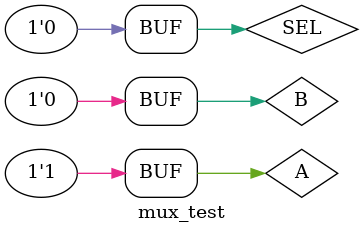
<source format=v>
module mux_test();
reg A,B,SEL;
wire out;
Mux uut(
  .a (A),
  .b (B), 
  .sel (SEL),
  .out (OUT)
  );

initial begin
  A=1'b1;
  B=1'b0;
  SEL = 1'b0;
  
end

endmodule
</source>
